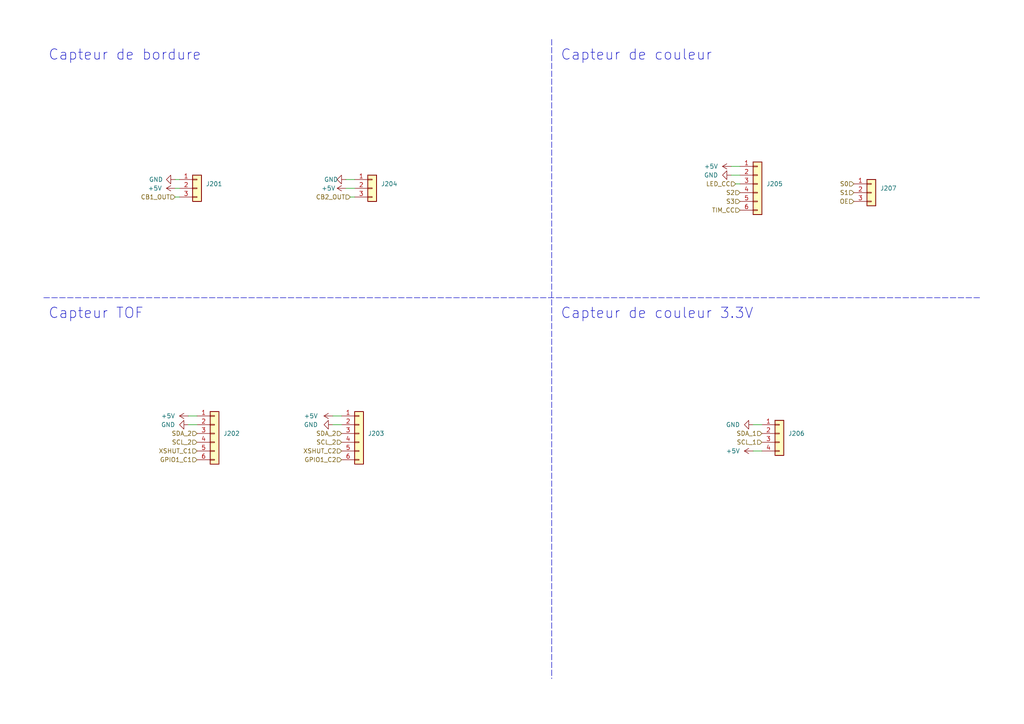
<source format=kicad_sch>
(kicad_sch (version 20211123) (generator eeschema)

  (uuid ec5a4540-0985-495d-a129-6f3345fe34a0)

  (paper "A4")

  (lib_symbols
    (symbol "Connector_Generic:Conn_01x03" (pin_names (offset 1.016) hide) (in_bom yes) (on_board yes)
      (property "Reference" "J" (id 0) (at 0 5.08 0)
        (effects (font (size 1.27 1.27)))
      )
      (property "Value" "Conn_01x03" (id 1) (at 0 -5.08 0)
        (effects (font (size 1.27 1.27)))
      )
      (property "Footprint" "" (id 2) (at 0 0 0)
        (effects (font (size 1.27 1.27)) hide)
      )
      (property "Datasheet" "~" (id 3) (at 0 0 0)
        (effects (font (size 1.27 1.27)) hide)
      )
      (property "ki_keywords" "connector" (id 4) (at 0 0 0)
        (effects (font (size 1.27 1.27)) hide)
      )
      (property "ki_description" "Generic connector, single row, 01x03, script generated (kicad-library-utils/schlib/autogen/connector/)" (id 5) (at 0 0 0)
        (effects (font (size 1.27 1.27)) hide)
      )
      (property "ki_fp_filters" "Connector*:*_1x??_*" (id 6) (at 0 0 0)
        (effects (font (size 1.27 1.27)) hide)
      )
      (symbol "Conn_01x03_1_1"
        (rectangle (start -1.27 -2.413) (end 0 -2.667)
          (stroke (width 0.1524) (type default) (color 0 0 0 0))
          (fill (type none))
        )
        (rectangle (start -1.27 0.127) (end 0 -0.127)
          (stroke (width 0.1524) (type default) (color 0 0 0 0))
          (fill (type none))
        )
        (rectangle (start -1.27 2.667) (end 0 2.413)
          (stroke (width 0.1524) (type default) (color 0 0 0 0))
          (fill (type none))
        )
        (rectangle (start -1.27 3.81) (end 1.27 -3.81)
          (stroke (width 0.254) (type default) (color 0 0 0 0))
          (fill (type background))
        )
        (pin passive line (at -5.08 2.54 0) (length 3.81)
          (name "Pin_1" (effects (font (size 1.27 1.27))))
          (number "1" (effects (font (size 1.27 1.27))))
        )
        (pin passive line (at -5.08 0 0) (length 3.81)
          (name "Pin_2" (effects (font (size 1.27 1.27))))
          (number "2" (effects (font (size 1.27 1.27))))
        )
        (pin passive line (at -5.08 -2.54 0) (length 3.81)
          (name "Pin_3" (effects (font (size 1.27 1.27))))
          (number "3" (effects (font (size 1.27 1.27))))
        )
      )
    )
    (symbol "Connector_Generic:Conn_01x04" (pin_names (offset 1.016) hide) (in_bom yes) (on_board yes)
      (property "Reference" "J" (id 0) (at 0 5.08 0)
        (effects (font (size 1.27 1.27)))
      )
      (property "Value" "Conn_01x04" (id 1) (at 0 -7.62 0)
        (effects (font (size 1.27 1.27)))
      )
      (property "Footprint" "" (id 2) (at 0 0 0)
        (effects (font (size 1.27 1.27)) hide)
      )
      (property "Datasheet" "~" (id 3) (at 0 0 0)
        (effects (font (size 1.27 1.27)) hide)
      )
      (property "ki_keywords" "connector" (id 4) (at 0 0 0)
        (effects (font (size 1.27 1.27)) hide)
      )
      (property "ki_description" "Generic connector, single row, 01x04, script generated (kicad-library-utils/schlib/autogen/connector/)" (id 5) (at 0 0 0)
        (effects (font (size 1.27 1.27)) hide)
      )
      (property "ki_fp_filters" "Connector*:*_1x??_*" (id 6) (at 0 0 0)
        (effects (font (size 1.27 1.27)) hide)
      )
      (symbol "Conn_01x04_1_1"
        (rectangle (start -1.27 -4.953) (end 0 -5.207)
          (stroke (width 0.1524) (type default) (color 0 0 0 0))
          (fill (type none))
        )
        (rectangle (start -1.27 -2.413) (end 0 -2.667)
          (stroke (width 0.1524) (type default) (color 0 0 0 0))
          (fill (type none))
        )
        (rectangle (start -1.27 0.127) (end 0 -0.127)
          (stroke (width 0.1524) (type default) (color 0 0 0 0))
          (fill (type none))
        )
        (rectangle (start -1.27 2.667) (end 0 2.413)
          (stroke (width 0.1524) (type default) (color 0 0 0 0))
          (fill (type none))
        )
        (rectangle (start -1.27 3.81) (end 1.27 -6.35)
          (stroke (width 0.254) (type default) (color 0 0 0 0))
          (fill (type background))
        )
        (pin passive line (at -5.08 2.54 0) (length 3.81)
          (name "Pin_1" (effects (font (size 1.27 1.27))))
          (number "1" (effects (font (size 1.27 1.27))))
        )
        (pin passive line (at -5.08 0 0) (length 3.81)
          (name "Pin_2" (effects (font (size 1.27 1.27))))
          (number "2" (effects (font (size 1.27 1.27))))
        )
        (pin passive line (at -5.08 -2.54 0) (length 3.81)
          (name "Pin_3" (effects (font (size 1.27 1.27))))
          (number "3" (effects (font (size 1.27 1.27))))
        )
        (pin passive line (at -5.08 -5.08 0) (length 3.81)
          (name "Pin_4" (effects (font (size 1.27 1.27))))
          (number "4" (effects (font (size 1.27 1.27))))
        )
      )
    )
    (symbol "Connector_Generic:Conn_01x06" (pin_names (offset 1.016) hide) (in_bom yes) (on_board yes)
      (property "Reference" "J" (id 0) (at 0 7.62 0)
        (effects (font (size 1.27 1.27)))
      )
      (property "Value" "Conn_01x06" (id 1) (at 0 -10.16 0)
        (effects (font (size 1.27 1.27)))
      )
      (property "Footprint" "" (id 2) (at 0 0 0)
        (effects (font (size 1.27 1.27)) hide)
      )
      (property "Datasheet" "~" (id 3) (at 0 0 0)
        (effects (font (size 1.27 1.27)) hide)
      )
      (property "ki_keywords" "connector" (id 4) (at 0 0 0)
        (effects (font (size 1.27 1.27)) hide)
      )
      (property "ki_description" "Generic connector, single row, 01x06, script generated (kicad-library-utils/schlib/autogen/connector/)" (id 5) (at 0 0 0)
        (effects (font (size 1.27 1.27)) hide)
      )
      (property "ki_fp_filters" "Connector*:*_1x??_*" (id 6) (at 0 0 0)
        (effects (font (size 1.27 1.27)) hide)
      )
      (symbol "Conn_01x06_1_1"
        (rectangle (start -1.27 -7.493) (end 0 -7.747)
          (stroke (width 0.1524) (type default) (color 0 0 0 0))
          (fill (type none))
        )
        (rectangle (start -1.27 -4.953) (end 0 -5.207)
          (stroke (width 0.1524) (type default) (color 0 0 0 0))
          (fill (type none))
        )
        (rectangle (start -1.27 -2.413) (end 0 -2.667)
          (stroke (width 0.1524) (type default) (color 0 0 0 0))
          (fill (type none))
        )
        (rectangle (start -1.27 0.127) (end 0 -0.127)
          (stroke (width 0.1524) (type default) (color 0 0 0 0))
          (fill (type none))
        )
        (rectangle (start -1.27 2.667) (end 0 2.413)
          (stroke (width 0.1524) (type default) (color 0 0 0 0))
          (fill (type none))
        )
        (rectangle (start -1.27 5.207) (end 0 4.953)
          (stroke (width 0.1524) (type default) (color 0 0 0 0))
          (fill (type none))
        )
        (rectangle (start -1.27 6.35) (end 1.27 -8.89)
          (stroke (width 0.254) (type default) (color 0 0 0 0))
          (fill (type background))
        )
        (pin passive line (at -5.08 5.08 0) (length 3.81)
          (name "Pin_1" (effects (font (size 1.27 1.27))))
          (number "1" (effects (font (size 1.27 1.27))))
        )
        (pin passive line (at -5.08 2.54 0) (length 3.81)
          (name "Pin_2" (effects (font (size 1.27 1.27))))
          (number "2" (effects (font (size 1.27 1.27))))
        )
        (pin passive line (at -5.08 0 0) (length 3.81)
          (name "Pin_3" (effects (font (size 1.27 1.27))))
          (number "3" (effects (font (size 1.27 1.27))))
        )
        (pin passive line (at -5.08 -2.54 0) (length 3.81)
          (name "Pin_4" (effects (font (size 1.27 1.27))))
          (number "4" (effects (font (size 1.27 1.27))))
        )
        (pin passive line (at -5.08 -5.08 0) (length 3.81)
          (name "Pin_5" (effects (font (size 1.27 1.27))))
          (number "5" (effects (font (size 1.27 1.27))))
        )
        (pin passive line (at -5.08 -7.62 0) (length 3.81)
          (name "Pin_6" (effects (font (size 1.27 1.27))))
          (number "6" (effects (font (size 1.27 1.27))))
        )
      )
    )
    (symbol "power:+5V" (power) (pin_names (offset 0)) (in_bom yes) (on_board yes)
      (property "Reference" "#PWR" (id 0) (at 0 -3.81 0)
        (effects (font (size 1.27 1.27)) hide)
      )
      (property "Value" "+5V" (id 1) (at 0 3.556 0)
        (effects (font (size 1.27 1.27)))
      )
      (property "Footprint" "" (id 2) (at 0 0 0)
        (effects (font (size 1.27 1.27)) hide)
      )
      (property "Datasheet" "" (id 3) (at 0 0 0)
        (effects (font (size 1.27 1.27)) hide)
      )
      (property "ki_keywords" "power-flag" (id 4) (at 0 0 0)
        (effects (font (size 1.27 1.27)) hide)
      )
      (property "ki_description" "Power symbol creates a global label with name \"+5V\"" (id 5) (at 0 0 0)
        (effects (font (size 1.27 1.27)) hide)
      )
      (symbol "+5V_0_1"
        (polyline
          (pts
            (xy -0.762 1.27)
            (xy 0 2.54)
          )
          (stroke (width 0) (type default) (color 0 0 0 0))
          (fill (type none))
        )
        (polyline
          (pts
            (xy 0 0)
            (xy 0 2.54)
          )
          (stroke (width 0) (type default) (color 0 0 0 0))
          (fill (type none))
        )
        (polyline
          (pts
            (xy 0 2.54)
            (xy 0.762 1.27)
          )
          (stroke (width 0) (type default) (color 0 0 0 0))
          (fill (type none))
        )
      )
      (symbol "+5V_1_1"
        (pin power_in line (at 0 0 90) (length 0) hide
          (name "+5V" (effects (font (size 1.27 1.27))))
          (number "1" (effects (font (size 1.27 1.27))))
        )
      )
    )
    (symbol "power:GND" (power) (pin_names (offset 0)) (in_bom yes) (on_board yes)
      (property "Reference" "#PWR" (id 0) (at 0 -6.35 0)
        (effects (font (size 1.27 1.27)) hide)
      )
      (property "Value" "GND" (id 1) (at 0 -3.81 0)
        (effects (font (size 1.27 1.27)))
      )
      (property "Footprint" "" (id 2) (at 0 0 0)
        (effects (font (size 1.27 1.27)) hide)
      )
      (property "Datasheet" "" (id 3) (at 0 0 0)
        (effects (font (size 1.27 1.27)) hide)
      )
      (property "ki_keywords" "power-flag" (id 4) (at 0 0 0)
        (effects (font (size 1.27 1.27)) hide)
      )
      (property "ki_description" "Power symbol creates a global label with name \"GND\" , ground" (id 5) (at 0 0 0)
        (effects (font (size 1.27 1.27)) hide)
      )
      (symbol "GND_0_1"
        (polyline
          (pts
            (xy 0 0)
            (xy 0 -1.27)
            (xy 1.27 -1.27)
            (xy 0 -2.54)
            (xy -1.27 -1.27)
            (xy 0 -1.27)
          )
          (stroke (width 0) (type default) (color 0 0 0 0))
          (fill (type none))
        )
      )
      (symbol "GND_1_1"
        (pin power_in line (at 0 0 270) (length 0) hide
          (name "GND" (effects (font (size 1.27 1.27))))
          (number "1" (effects (font (size 1.27 1.27))))
        )
      )
    )
  )


  (wire (pts (xy 213.36 53.34) (xy 214.63 53.34))
    (stroke (width 0) (type default) (color 0 0 0 0))
    (uuid 10b317ba-7b01-4106-9908-cd17a73e078c)
  )
  (wire (pts (xy 212.09 48.26) (xy 214.63 48.26))
    (stroke (width 0) (type default) (color 0 0 0 0))
    (uuid 12b114b7-2649-4235-b184-f9adfda24af8)
  )
  (wire (pts (xy 50.8 57.15) (xy 52.07 57.15))
    (stroke (width 0) (type default) (color 0 0 0 0))
    (uuid 1aaa90ca-cb41-41fc-9f2e-4d3df022866e)
  )
  (polyline (pts (xy 160.02 11.43) (xy 160.02 196.85))
    (stroke (width 0) (type default) (color 0 0 0 0))
    (uuid 25d3e3ec-2194-4059-a85a-408fbb29deee)
  )

  (wire (pts (xy 218.44 130.81) (xy 220.98 130.81))
    (stroke (width 0) (type default) (color 0 0 0 0))
    (uuid 3414f45f-d95d-4868-867e-1cbe7fbdaf93)
  )
  (wire (pts (xy 212.09 50.8) (xy 214.63 50.8))
    (stroke (width 0) (type default) (color 0 0 0 0))
    (uuid 60048984-8d78-4981-8d7b-ff4ec8dbe246)
  )
  (wire (pts (xy 101.6 57.15) (xy 102.87 57.15))
    (stroke (width 0) (type default) (color 0 0 0 0))
    (uuid 601f0877-3e4c-41cc-b436-9fdb4937567d)
  )
  (polyline (pts (xy 12.7 86.36) (xy 284.48 86.36))
    (stroke (width 0) (type default) (color 0 0 0 0))
    (uuid 82acf130-d7d8-4164-ab4d-b777c178c28e)
  )

  (wire (pts (xy 50.8 52.07) (xy 52.07 52.07))
    (stroke (width 0) (type default) (color 0 0 0 0))
    (uuid 99337815-17c1-44e6-870d-3959cb3659e3)
  )
  (wire (pts (xy 100.33 52.07) (xy 102.87 52.07))
    (stroke (width 0) (type default) (color 0 0 0 0))
    (uuid a4a68c57-c987-46ab-840e-728bdb99af42)
  )
  (wire (pts (xy 50.8 54.61) (xy 52.07 54.61))
    (stroke (width 0) (type default) (color 0 0 0 0))
    (uuid a6fa7d41-841b-4c98-a727-7656631e3268)
  )
  (wire (pts (xy 100.33 54.61) (xy 102.87 54.61))
    (stroke (width 0) (type default) (color 0 0 0 0))
    (uuid b3457a69-91d2-4356-babf-6aba675180c8)
  )
  (wire (pts (xy 96.52 120.65) (xy 99.06 120.65))
    (stroke (width 0) (type default) (color 0 0 0 0))
    (uuid c388d8d3-fa4d-4d32-b245-bb3b7f299b21)
  )
  (wire (pts (xy 218.44 123.19) (xy 220.98 123.19))
    (stroke (width 0) (type default) (color 0 0 0 0))
    (uuid c983fb7d-1799-4a03-98da-34901bcc1c34)
  )
  (wire (pts (xy 54.61 123.19) (xy 57.15 123.19))
    (stroke (width 0) (type default) (color 0 0 0 0))
    (uuid ce8a242d-1319-48eb-b141-ed1c571fc1fd)
  )
  (wire (pts (xy 54.61 120.65) (xy 57.15 120.65))
    (stroke (width 0) (type default) (color 0 0 0 0))
    (uuid cfb6df8b-9249-4265-bbe7-0836e318ac61)
  )
  (wire (pts (xy 96.52 123.19) (xy 99.06 123.19))
    (stroke (width 0) (type default) (color 0 0 0 0))
    (uuid e1446e14-dd6f-4bbd-9f03-0403bf3ddb23)
  )

  (text "Capteur de couleur" (at 162.56 17.78 0)
    (effects (font (size 3 3)) (justify left bottom))
    (uuid 2ad18a70-921a-4d77-86c2-1be8d6cb6bb9)
  )
  (text "Capteur TOF" (at 13.97 92.71 0)
    (effects (font (size 3 3)) (justify left bottom))
    (uuid 933498c6-9ae8-4196-bc4d-680968e25a13)
  )
  (text "Capteur de couleur 3.3V" (at 162.56 92.71 0)
    (effects (font (size 3 3)) (justify left bottom))
    (uuid c2ea9499-5cad-4c2e-91f2-9bfd20015a95)
  )
  (text "Capteur de bordure\n" (at 13.97 17.78 0)
    (effects (font (size 3 3)) (justify left bottom))
    (uuid fc2d3ffb-a9d7-4dd2-8318-e4214e750106)
  )

  (hierarchical_label "GPIO1_C1" (shape input) (at 57.15 133.35 180)
    (effects (font (size 1.27 1.27)) (justify right))
    (uuid 04d87197-e9b5-476d-be7b-4eb8375239c8)
  )
  (hierarchical_label "OE" (shape input) (at 247.65 58.42 180)
    (effects (font (size 1.27 1.27)) (justify right))
    (uuid 0ab1f21f-55e3-4965-8159-35f030bc784d)
  )
  (hierarchical_label "SDA_2" (shape input) (at 57.15 125.73 180)
    (effects (font (size 1.27 1.27)) (justify right))
    (uuid 15cea1f4-70c2-4544-9512-9bb18715b907)
  )
  (hierarchical_label "S3" (shape input) (at 214.63 58.42 180)
    (effects (font (size 1.27 1.27)) (justify right))
    (uuid 3f566584-dd9d-48fc-b5c0-3cf80ba4f414)
  )
  (hierarchical_label "SCL_2" (shape input) (at 99.06 128.27 180)
    (effects (font (size 1.27 1.27)) (justify right))
    (uuid 41bb7fe7-3600-43c9-b2e4-5fb753beb1c9)
  )
  (hierarchical_label "SCL_2" (shape input) (at 57.15 128.27 180)
    (effects (font (size 1.27 1.27)) (justify right))
    (uuid 47952290-4c50-4226-b1ab-652c3e19f7ef)
  )
  (hierarchical_label "SCL_1" (shape input) (at 220.98 128.27 180)
    (effects (font (size 1.27 1.27)) (justify right))
    (uuid 4f19864d-4dee-4539-994b-d2c74b7ccfbf)
  )
  (hierarchical_label "S1" (shape input) (at 247.65 55.88 180)
    (effects (font (size 1.27 1.27)) (justify right))
    (uuid 6ea5e5b6-231a-40cf-891b-f5e1b1b665ed)
  )
  (hierarchical_label "XSHUT_C2" (shape input) (at 99.06 130.81 180)
    (effects (font (size 1.27 1.27)) (justify right))
    (uuid 6fa56544-e321-41ee-a6c7-b151c924415d)
  )
  (hierarchical_label "LED_CC" (shape input) (at 213.36 53.34 180)
    (effects (font (size 1.27 1.27)) (justify right))
    (uuid 84dbc002-b72b-4a86-93fd-feaffcdd38e4)
  )
  (hierarchical_label "CB1_OUT" (shape input) (at 50.8 57.15 180)
    (effects (font (size 1.27 1.27)) (justify right))
    (uuid 9068ae9a-abad-4d99-984a-77745834fd0b)
  )
  (hierarchical_label "CB2_OUT" (shape input) (at 101.6 57.15 180)
    (effects (font (size 1.27 1.27)) (justify right))
    (uuid a34cfd5c-11af-41e1-b2eb-cadbb703081a)
  )
  (hierarchical_label "SDA_1" (shape input) (at 220.98 125.73 180)
    (effects (font (size 1.27 1.27)) (justify right))
    (uuid ad3e16e0-a751-483d-9813-9ee14f5324ab)
  )
  (hierarchical_label "GPIO1_C2" (shape input) (at 99.06 133.35 180)
    (effects (font (size 1.27 1.27)) (justify right))
    (uuid b11393cb-6d0a-4849-9cbf-64d6538991a4)
  )
  (hierarchical_label "SDA_2" (shape input) (at 99.06 125.73 180)
    (effects (font (size 1.27 1.27)) (justify right))
    (uuid b6b9d4f1-0182-49f0-a301-28b2c045b8bf)
  )
  (hierarchical_label "S2" (shape input) (at 214.63 55.88 180)
    (effects (font (size 1.27 1.27)) (justify right))
    (uuid b7720739-9264-40e6-9f01-8b246bb7a69a)
  )
  (hierarchical_label "S0" (shape input) (at 247.65 53.34 180)
    (effects (font (size 1.27 1.27)) (justify right))
    (uuid bd195daa-e8a3-4704-aac1-f9e476db13f7)
  )
  (hierarchical_label "TIM_CC" (shape input) (at 214.63 60.96 180)
    (effects (font (size 1.27 1.27)) (justify right))
    (uuid d7466375-4d00-45f5-a57f-60decc3acca0)
  )
  (hierarchical_label "XSHUT_C1" (shape input) (at 57.15 130.81 180)
    (effects (font (size 1.27 1.27)) (justify right))
    (uuid e64abac7-9ee3-4136-b43f-56e7b3986e24)
  )

  (symbol (lib_id "Connector_Generic:Conn_01x03") (at 107.95 54.61 0) (unit 1)
    (in_bom yes) (on_board yes) (fields_autoplaced)
    (uuid 15c2a788-86f9-41e6-927f-0ea04005bff0)
    (property "Reference" "J204" (id 0) (at 110.49 53.3399 0)
      (effects (font (size 1.27 1.27)) (justify left))
    )
    (property "Value" "" (id 1) (at 110.49 55.8799 0)
      (effects (font (size 1.27 1.27)) (justify left))
    )
    (property "Footprint" "Connector_JST:JST_XH_B3B-XH-A_1x03_P2.50mm_Vertical" (id 2) (at 107.95 54.61 0)
      (effects (font (size 1.27 1.27)) hide)
    )
    (property "Datasheet" "~" (id 3) (at 107.95 54.61 0)
      (effects (font (size 1.27 1.27)) hide)
    )
    (pin "1" (uuid 9663d34b-f877-4744-af4f-ba3e968ace89))
    (pin "2" (uuid 59b6868b-3d11-4aae-9263-46a120dc586e))
    (pin "3" (uuid c068f0de-eab4-494e-8e78-3a032ca321ab))
  )

  (symbol (lib_id "power:+5V") (at 100.33 54.61 90) (unit 1)
    (in_bom yes) (on_board yes)
    (uuid 1a1a7b9f-6194-467c-a081-d9fd3e7d0270)
    (property "Reference" "#PWR0108" (id 0) (at 104.14 54.61 0)
      (effects (font (size 1.27 1.27)) hide)
    )
    (property "Value" "" (id 1) (at 95.25 54.61 90))
    (property "Footprint" "" (id 2) (at 100.33 54.61 0)
      (effects (font (size 1.27 1.27)) hide)
    )
    (property "Datasheet" "" (id 3) (at 100.33 54.61 0)
      (effects (font (size 1.27 1.27)) hide)
    )
    (pin "1" (uuid cd8a4f11-57b7-4058-9597-85eb77def9ee))
  )

  (symbol (lib_id "Connector_Generic:Conn_01x03") (at 252.73 55.88 0) (unit 1)
    (in_bom yes) (on_board yes) (fields_autoplaced)
    (uuid 2d9b734e-ca03-4266-afaf-c4defd37d608)
    (property "Reference" "J207" (id 0) (at 255.27 54.6099 0)
      (effects (font (size 1.27 1.27)) (justify left))
    )
    (property "Value" "" (id 1) (at 255.27 57.1499 0)
      (effects (font (size 1.27 1.27)) (justify left))
    )
    (property "Footprint" "Connector_JST:JST_XH_B3B-XH-A_1x03_P2.50mm_Vertical" (id 2) (at 252.73 55.88 0)
      (effects (font (size 1.27 1.27)) hide)
    )
    (property "Datasheet" "~" (id 3) (at 252.73 55.88 0)
      (effects (font (size 1.27 1.27)) hide)
    )
    (pin "1" (uuid 219e12c2-9464-44d9-b1cc-b1cdefbfcfe2))
    (pin "2" (uuid 36ee2153-11ea-4b64-ae7b-2fd1c8d3701f))
    (pin "3" (uuid f7e2a888-ce86-4cf0-9ae3-828942701f74))
  )

  (symbol (lib_id "Connector_Generic:Conn_01x03") (at 57.15 54.61 0) (unit 1)
    (in_bom yes) (on_board yes) (fields_autoplaced)
    (uuid 3ff01324-59a8-47f7-8a22-9861ba76fddb)
    (property "Reference" "J201" (id 0) (at 59.69 53.3399 0)
      (effects (font (size 1.27 1.27)) (justify left))
    )
    (property "Value" "" (id 1) (at 59.69 55.8799 0)
      (effects (font (size 1.27 1.27)) (justify left))
    )
    (property "Footprint" "Connector_JST:JST_XH_B3B-XH-A_1x03_P2.50mm_Vertical" (id 2) (at 57.15 54.61 0)
      (effects (font (size 1.27 1.27)) hide)
    )
    (property "Datasheet" "~" (id 3) (at 57.15 54.61 0)
      (effects (font (size 1.27 1.27)) hide)
    )
    (pin "1" (uuid 9b97a4ba-feb6-4c6d-bc25-a40c46bb3114))
    (pin "2" (uuid 136b5b76-4be8-4b7d-98fd-b1e1533241a3))
    (pin "3" (uuid 8a49df5f-ec74-429a-8931-190475ad7878))
  )

  (symbol (lib_id "Connector_Generic:Conn_01x04") (at 226.06 125.73 0) (unit 1)
    (in_bom yes) (on_board yes) (fields_autoplaced)
    (uuid 576ebc35-db23-41dc-9ded-5fa7ac3613f6)
    (property "Reference" "J206" (id 0) (at 228.6 125.7299 0)
      (effects (font (size 1.27 1.27)) (justify left))
    )
    (property "Value" "" (id 1) (at 228.6 128.2699 0)
      (effects (font (size 1.27 1.27)) (justify left))
    )
    (property "Footprint" "Connector_JST:JST_XH_B4B-XH-A_1x04_P2.50mm_Vertical" (id 2) (at 226.06 125.73 0)
      (effects (font (size 1.27 1.27)) hide)
    )
    (property "Datasheet" "~" (id 3) (at 226.06 125.73 0)
      (effects (font (size 1.27 1.27)) hide)
    )
    (pin "1" (uuid 720822d1-4cd2-4440-a80c-0f7b3d61294f))
    (pin "2" (uuid b4beb939-eb78-417a-8924-230ca7dfd7ca))
    (pin "3" (uuid adb95a33-6e6e-4785-bc6c-de0ec1717363))
    (pin "4" (uuid 5ff72938-5b4d-4c0c-9046-a23ea20902d8))
  )

  (symbol (lib_id "power:+5V") (at 96.52 120.65 90) (unit 1)
    (in_bom yes) (on_board yes)
    (uuid 845df0fb-18fd-4ed9-9be2-bed5af608264)
    (property "Reference" "#PWR0101" (id 0) (at 100.33 120.65 0)
      (effects (font (size 1.27 1.27)) hide)
    )
    (property "Value" "" (id 1) (at 90.17 120.65 90))
    (property "Footprint" "" (id 2) (at 96.52 120.65 0)
      (effects (font (size 1.27 1.27)) hide)
    )
    (property "Datasheet" "" (id 3) (at 96.52 120.65 0)
      (effects (font (size 1.27 1.27)) hide)
    )
    (pin "1" (uuid 80aa8e98-1239-4e5f-9b52-2ec47d9da05b))
  )

  (symbol (lib_id "power:GND") (at 100.33 52.07 270) (unit 1)
    (in_bom yes) (on_board yes)
    (uuid 876d2f50-a33b-4691-bbea-4ae99799d1fb)
    (property "Reference" "#PWR0107" (id 0) (at 93.98 52.07 0)
      (effects (font (size 1.27 1.27)) hide)
    )
    (property "Value" "" (id 1) (at 93.98 52.07 90)
      (effects (font (size 1.27 1.27)) (justify left))
    )
    (property "Footprint" "" (id 2) (at 100.33 52.07 0)
      (effects (font (size 1.27 1.27)) hide)
    )
    (property "Datasheet" "" (id 3) (at 100.33 52.07 0)
      (effects (font (size 1.27 1.27)) hide)
    )
    (pin "1" (uuid 110274a1-b63c-44c7-b92f-0545f0aaace2))
  )

  (symbol (lib_id "Connector_Generic:Conn_01x06") (at 219.71 53.34 0) (unit 1)
    (in_bom yes) (on_board yes) (fields_autoplaced)
    (uuid a95b498e-65f7-49da-bafe-f10d803bd71e)
    (property "Reference" "J205" (id 0) (at 222.25 53.3399 0)
      (effects (font (size 1.27 1.27)) (justify left))
    )
    (property "Value" "" (id 1) (at 222.25 55.8799 0)
      (effects (font (size 1.27 1.27)) (justify left))
    )
    (property "Footprint" "Connector_JST:JST_XH_B6B-XH-A_1x06_P2.50mm_Vertical" (id 2) (at 219.71 53.34 0)
      (effects (font (size 1.27 1.27)) hide)
    )
    (property "Datasheet" "~" (id 3) (at 219.71 53.34 0)
      (effects (font (size 1.27 1.27)) hide)
    )
    (pin "1" (uuid 4be9d2cc-d094-4142-bcc2-90f59aef42d3))
    (pin "2" (uuid a2b79b32-500b-4a50-8f18-7a6687801c22))
    (pin "3" (uuid 8d0c1bb6-d750-411c-a3a8-8f63a41cd1be))
    (pin "4" (uuid 594aae5b-14cd-4659-ad7e-ecfc1b144c8c))
    (pin "5" (uuid 6271c1f7-adae-4a09-9037-004636910e20))
    (pin "6" (uuid d6b59b9d-f17c-4ec1-8eb9-084fdef77712))
  )

  (symbol (lib_id "power:GND") (at 218.44 123.19 270) (unit 1)
    (in_bom yes) (on_board yes) (fields_autoplaced)
    (uuid aa1617aa-c188-4657-b98c-09308bc9aac5)
    (property "Reference" "#PWR0111" (id 0) (at 212.09 123.19 0)
      (effects (font (size 1.27 1.27)) hide)
    )
    (property "Value" "" (id 1) (at 214.63 123.1899 90)
      (effects (font (size 1.27 1.27)) (justify right))
    )
    (property "Footprint" "" (id 2) (at 218.44 123.19 0)
      (effects (font (size 1.27 1.27)) hide)
    )
    (property "Datasheet" "" (id 3) (at 218.44 123.19 0)
      (effects (font (size 1.27 1.27)) hide)
    )
    (pin "1" (uuid 81863e23-c858-40f4-98e1-4412cd2a232d))
  )

  (symbol (lib_id "power:GND") (at 54.61 123.19 270) (unit 1)
    (in_bom yes) (on_board yes) (fields_autoplaced)
    (uuid b2ed15d5-7fb4-4a22-875b-51dbe0f3dfed)
    (property "Reference" "#PWR0104" (id 0) (at 48.26 123.19 0)
      (effects (font (size 1.27 1.27)) hide)
    )
    (property "Value" "" (id 1) (at 50.8 123.1899 90)
      (effects (font (size 1.27 1.27)) (justify right))
    )
    (property "Footprint" "" (id 2) (at 54.61 123.19 0)
      (effects (font (size 1.27 1.27)) hide)
    )
    (property "Datasheet" "" (id 3) (at 54.61 123.19 0)
      (effects (font (size 1.27 1.27)) hide)
    )
    (pin "1" (uuid 2743d276-158f-4a4d-b090-bbb9ffefad8f))
  )

  (symbol (lib_id "power:GND") (at 212.09 50.8 270) (unit 1)
    (in_bom yes) (on_board yes) (fields_autoplaced)
    (uuid d3568faa-e61c-4209-a634-a558765e032b)
    (property "Reference" "#PWR0110" (id 0) (at 205.74 50.8 0)
      (effects (font (size 1.27 1.27)) hide)
    )
    (property "Value" "" (id 1) (at 208.28 50.7999 90)
      (effects (font (size 1.27 1.27)) (justify right))
    )
    (property "Footprint" "" (id 2) (at 212.09 50.8 0)
      (effects (font (size 1.27 1.27)) hide)
    )
    (property "Datasheet" "" (id 3) (at 212.09 50.8 0)
      (effects (font (size 1.27 1.27)) hide)
    )
    (pin "1" (uuid 5e2d16ce-3590-45fa-a190-30bb1f5a9379))
  )

  (symbol (lib_id "power:GND") (at 96.52 123.19 270) (unit 1)
    (in_bom yes) (on_board yes)
    (uuid d7003b55-385d-4462-9c03-fd828d03c24a)
    (property "Reference" "#PWR0102" (id 0) (at 90.17 123.19 0)
      (effects (font (size 1.27 1.27)) hide)
    )
    (property "Value" "" (id 1) (at 90.17 123.19 90))
    (property "Footprint" "" (id 2) (at 96.52 123.19 0)
      (effects (font (size 1.27 1.27)) hide)
    )
    (property "Datasheet" "" (id 3) (at 96.52 123.19 0)
      (effects (font (size 1.27 1.27)) hide)
    )
    (pin "1" (uuid 03727180-9c08-4760-9c68-a8c077a4e7fd))
  )

  (symbol (lib_id "power:+5V") (at 218.44 130.81 90) (unit 1)
    (in_bom yes) (on_board yes) (fields_autoplaced)
    (uuid d9afc21b-140c-48da-954f-7838291ac001)
    (property "Reference" "#PWR0112" (id 0) (at 222.25 130.81 0)
      (effects (font (size 1.27 1.27)) hide)
    )
    (property "Value" "" (id 1) (at 214.63 130.8099 90)
      (effects (font (size 1.27 1.27)) (justify left))
    )
    (property "Footprint" "" (id 2) (at 218.44 130.81 0)
      (effects (font (size 1.27 1.27)) hide)
    )
    (property "Datasheet" "" (id 3) (at 218.44 130.81 0)
      (effects (font (size 1.27 1.27)) hide)
    )
    (pin "1" (uuid d17a8395-ae4d-4037-b6a0-d020e994a9d6))
  )

  (symbol (lib_id "power:+5V") (at 50.8 54.61 90) (unit 1)
    (in_bom yes) (on_board yes) (fields_autoplaced)
    (uuid e6436a87-6c8a-405a-94f4-6397ea022201)
    (property "Reference" "#PWR0105" (id 0) (at 54.61 54.61 0)
      (effects (font (size 1.27 1.27)) hide)
    )
    (property "Value" "" (id 1) (at 46.99 54.6099 90)
      (effects (font (size 1.27 1.27)) (justify left))
    )
    (property "Footprint" "" (id 2) (at 50.8 54.61 0)
      (effects (font (size 1.27 1.27)) hide)
    )
    (property "Datasheet" "" (id 3) (at 50.8 54.61 0)
      (effects (font (size 1.27 1.27)) hide)
    )
    (pin "1" (uuid 63b34d8d-5a35-4252-98ec-4c042bc85ba7))
  )

  (symbol (lib_id "power:GND") (at 50.8 52.07 270) (unit 1)
    (in_bom yes) (on_board yes)
    (uuid e7b071ee-d86a-4c15-9744-8bc0e2cf9b65)
    (property "Reference" "#PWR0106" (id 0) (at 44.45 52.07 0)
      (effects (font (size 1.27 1.27)) hide)
    )
    (property "Value" "" (id 1) (at 43.18 52.07 90)
      (effects (font (size 1.27 1.27)) (justify left))
    )
    (property "Footprint" "" (id 2) (at 50.8 52.07 0)
      (effects (font (size 1.27 1.27)) hide)
    )
    (property "Datasheet" "" (id 3) (at 50.8 52.07 0)
      (effects (font (size 1.27 1.27)) hide)
    )
    (pin "1" (uuid b04c083e-9b02-4813-a1d4-d5036675630c))
  )

  (symbol (lib_id "power:+5V") (at 54.61 120.65 90) (unit 1)
    (in_bom yes) (on_board yes) (fields_autoplaced)
    (uuid e8da1875-2015-4089-af88-b9b3ebc8f4b3)
    (property "Reference" "#PWR0103" (id 0) (at 58.42 120.65 0)
      (effects (font (size 1.27 1.27)) hide)
    )
    (property "Value" "" (id 1) (at 50.8 120.6499 90)
      (effects (font (size 1.27 1.27)) (justify left))
    )
    (property "Footprint" "" (id 2) (at 54.61 120.65 0)
      (effects (font (size 1.27 1.27)) hide)
    )
    (property "Datasheet" "" (id 3) (at 54.61 120.65 0)
      (effects (font (size 1.27 1.27)) hide)
    )
    (pin "1" (uuid d94ad74a-abb6-4302-9517-2509b1e385ba))
  )

  (symbol (lib_id "power:+5V") (at 212.09 48.26 90) (unit 1)
    (in_bom yes) (on_board yes) (fields_autoplaced)
    (uuid e94c5692-3e4e-4a70-94f2-a264fef51b5d)
    (property "Reference" "#PWR0109" (id 0) (at 215.9 48.26 0)
      (effects (font (size 1.27 1.27)) hide)
    )
    (property "Value" "" (id 1) (at 208.28 48.2599 90)
      (effects (font (size 1.27 1.27)) (justify left))
    )
    (property "Footprint" "" (id 2) (at 212.09 48.26 0)
      (effects (font (size 1.27 1.27)) hide)
    )
    (property "Datasheet" "" (id 3) (at 212.09 48.26 0)
      (effects (font (size 1.27 1.27)) hide)
    )
    (pin "1" (uuid 94a88939-8abe-403e-b405-eec7141db2fc))
  )

  (symbol (lib_id "Connector_Generic:Conn_01x06") (at 104.14 125.73 0) (unit 1)
    (in_bom yes) (on_board yes) (fields_autoplaced)
    (uuid f725cb1c-d7be-4874-88d4-5b1f45320fff)
    (property "Reference" "J203" (id 0) (at 106.68 125.7299 0)
      (effects (font (size 1.27 1.27)) (justify left))
    )
    (property "Value" "" (id 1) (at 106.68 128.2699 0)
      (effects (font (size 1.27 1.27)) (justify left))
    )
    (property "Footprint" "Connector_JST:JST_XH_B6B-XH-A_1x06_P2.50mm_Vertical" (id 2) (at 104.14 125.73 0)
      (effects (font (size 1.27 1.27)) hide)
    )
    (property "Datasheet" "~" (id 3) (at 104.14 125.73 0)
      (effects (font (size 1.27 1.27)) hide)
    )
    (pin "1" (uuid f0b917f7-b7d2-49f0-8850-eea30eed56bc))
    (pin "2" (uuid 34e04bd7-ec28-4447-98e1-ea978f25b25b))
    (pin "3" (uuid 08f95664-7c15-4837-9eb2-da40d6cb0be4))
    (pin "4" (uuid bd3899f3-acdf-40ac-b2d4-626300010887))
    (pin "5" (uuid 3f1e38a7-3300-4e5e-8c96-829f1ddb56da))
    (pin "6" (uuid 2269eafd-c33f-4ae9-8426-2c9ab850df0a))
  )

  (symbol (lib_id "Connector_Generic:Conn_01x06") (at 62.23 125.73 0) (unit 1)
    (in_bom yes) (on_board yes) (fields_autoplaced)
    (uuid fc50d939-08d1-45f4-91fe-0d8194f1829a)
    (property "Reference" "J202" (id 0) (at 64.77 125.7299 0)
      (effects (font (size 1.27 1.27)) (justify left))
    )
    (property "Value" "" (id 1) (at 64.77 128.2699 0)
      (effects (font (size 1.27 1.27)) (justify left))
    )
    (property "Footprint" "Connector_JST:JST_XH_B6B-XH-A_1x06_P2.50mm_Vertical" (id 2) (at 62.23 125.73 0)
      (effects (font (size 1.27 1.27)) hide)
    )
    (property "Datasheet" "~" (id 3) (at 62.23 125.73 0)
      (effects (font (size 1.27 1.27)) hide)
    )
    (pin "1" (uuid 5a8abf25-8925-484a-90ee-82acd3e8fcee))
    (pin "2" (uuid 9d2ef5fb-8ef2-4adc-b175-50f9c1b6f090))
    (pin "3" (uuid e65e7898-abb0-40e0-92bf-d84af088841c))
    (pin "4" (uuid b75ee813-3f21-4946-8023-3a206389416c))
    (pin "5" (uuid a6100ab9-b44c-4fea-8510-b74354a06be6))
    (pin "6" (uuid 53826eef-3aaf-49c0-ba45-6637ee8171f9))
  )
)

</source>
